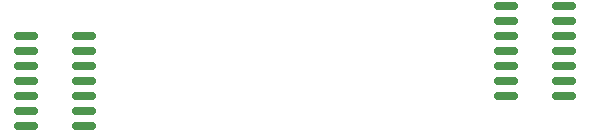
<source format=gbr>
%TF.GenerationSoftware,KiCad,Pcbnew,7.0.6*%
%TF.CreationDate,2023-07-29T19:28:03+05:30*%
%TF.ProjectId,Final_ESA_q5,46696e61-6c5f-4455-9341-5f71352e6b69,rev?*%
%TF.SameCoordinates,Original*%
%TF.FileFunction,Paste,Top*%
%TF.FilePolarity,Positive*%
%FSLAX46Y46*%
G04 Gerber Fmt 4.6, Leading zero omitted, Abs format (unit mm)*
G04 Created by KiCad (PCBNEW 7.0.6) date 2023-07-29 19:28:03*
%MOMM*%
%LPD*%
G01*
G04 APERTURE LIST*
G04 Aperture macros list*
%AMRoundRect*
0 Rectangle with rounded corners*
0 $1 Rounding radius*
0 $2 $3 $4 $5 $6 $7 $8 $9 X,Y pos of 4 corners*
0 Add a 4 corners polygon primitive as box body*
4,1,4,$2,$3,$4,$5,$6,$7,$8,$9,$2,$3,0*
0 Add four circle primitives for the rounded corners*
1,1,$1+$1,$2,$3*
1,1,$1+$1,$4,$5*
1,1,$1+$1,$6,$7*
1,1,$1+$1,$8,$9*
0 Add four rect primitives between the rounded corners*
20,1,$1+$1,$2,$3,$4,$5,0*
20,1,$1+$1,$4,$5,$6,$7,0*
20,1,$1+$1,$6,$7,$8,$9,0*
20,1,$1+$1,$8,$9,$2,$3,0*%
G04 Aperture macros list end*
%ADD10RoundRect,0.150000X-0.825000X-0.150000X0.825000X-0.150000X0.825000X0.150000X-0.825000X0.150000X0*%
G04 APERTURE END LIST*
D10*
%TO.C,U2*%
X160150000Y-63500000D03*
X160150000Y-64770000D03*
X160150000Y-66040000D03*
X160150000Y-67310000D03*
X160150000Y-68580000D03*
X160150000Y-69850000D03*
X160150000Y-71120000D03*
X165100000Y-71120000D03*
X165100000Y-69850000D03*
X165100000Y-68580000D03*
X165100000Y-67310000D03*
X165100000Y-66040000D03*
X165100000Y-64770000D03*
X165100000Y-63500000D03*
%TD*%
%TO.C,U1*%
X119510000Y-66040000D03*
X119510000Y-67310000D03*
X119510000Y-68580000D03*
X119510000Y-69850000D03*
X119510000Y-71120000D03*
X119510000Y-72390000D03*
X119510000Y-73660000D03*
X124460000Y-73660000D03*
X124460000Y-72390000D03*
X124460000Y-71120000D03*
X124460000Y-69850000D03*
X124460000Y-68580000D03*
X124460000Y-67310000D03*
X124460000Y-66040000D03*
%TD*%
M02*

</source>
